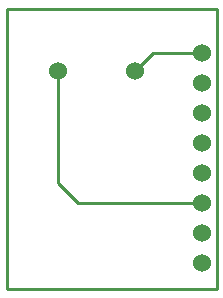
<source format=gbl>
G04 Layer_Physical_Order=2*
G04 Layer_Color=16711680*
%FSLAX25Y25*%
%MOIN*%
G70*
G01*
G75*
%ADD12C,0.01000*%
%ADD13C,0.06000*%
D12*
X48579Y78740D02*
X65000D01*
X42673Y72835D02*
X48579Y78740D01*
X23776Y28740D02*
X65000D01*
X17083Y35433D02*
X23776Y28740D01*
X17083Y35433D02*
Y72835D01*
X-0Y0D02*
Y93504D01*
Y0D02*
X0Y0D01*
X70000D01*
Y93504D01*
X70000Y93504D02*
X70000Y93504D01*
X-0Y93504D02*
X70000D01*
D13*
X17083Y72835D02*
D03*
X42673D02*
D03*
X65000Y28740D02*
D03*
Y38740D02*
D03*
Y48740D02*
D03*
Y58740D02*
D03*
Y8740D02*
D03*
Y18740D02*
D03*
Y68740D02*
D03*
Y78740D02*
D03*
M02*

</source>
